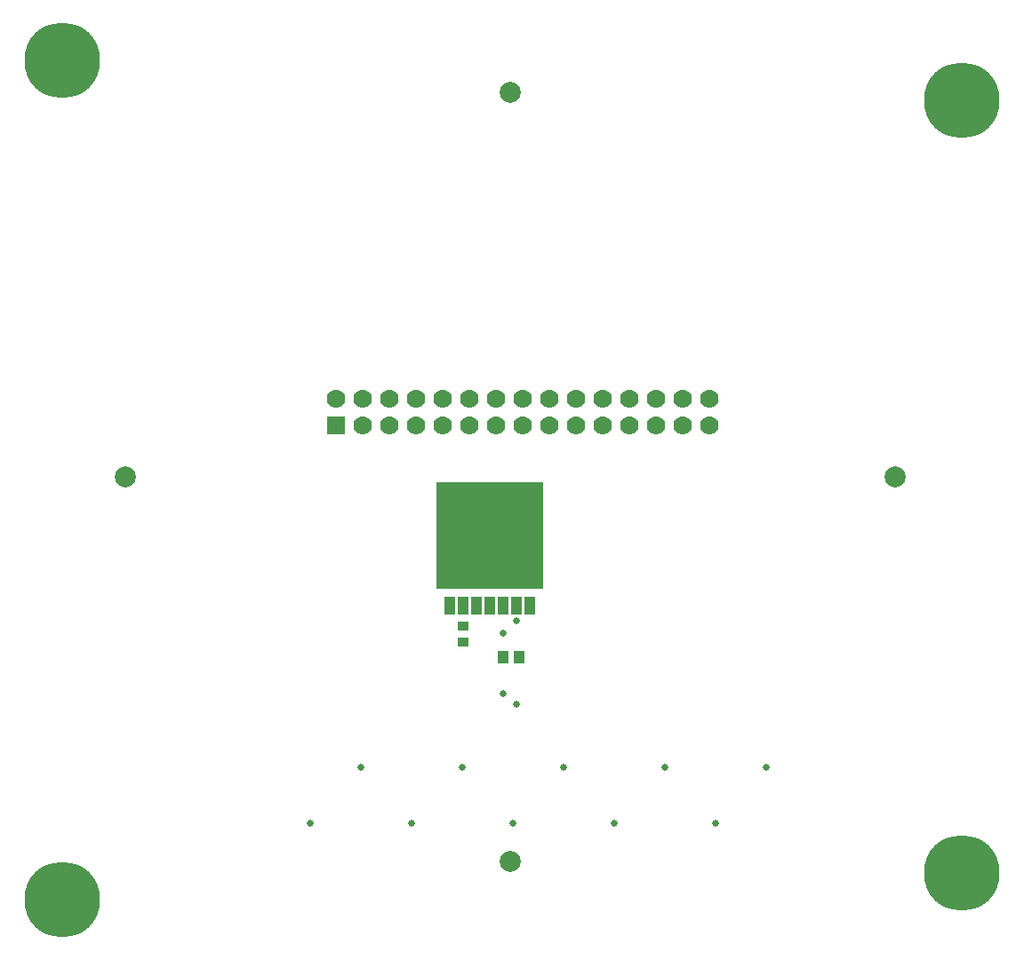
<source format=gts>
%FSAX24Y24*%
%MOIN*%
G70*
G01*
G75*
G04 Layer_Color=8388736*
%ADD10R,0.0354X0.0394*%
%ADD11R,0.3937X0.3937*%
%ADD12R,0.0366X0.0600*%
%ADD13C,0.0394*%
%ADD14R,0.0354X0.0276*%
%ADD15C,0.0080*%
%ADD16C,0.0620*%
%ADD17R,0.0620X0.0620*%
%ADD18C,0.2756*%
%ADD19C,0.0118*%
%ADD20C,0.0180*%
%ADD21C,0.0100*%
%ADD22C,0.0079*%
%ADD23C,0.0020*%
%ADD24R,0.0434X0.0474*%
%ADD25R,0.4017X0.4017*%
%ADD26R,0.0446X0.0680*%
%ADD27C,0.0787*%
%ADD28R,0.0434X0.0356*%
%ADD29C,0.0700*%
%ADD30R,0.0700X0.0700*%
%ADD31C,0.2836*%
%ADD32C,0.0198*%
%ADD33C,0.0260*%
D24*
X031565Y024452D02*
D03*
X032195D02*
D03*
D25*
X031071Y029026D02*
D03*
D26*
X032574Y026384D02*
D03*
X032074D02*
D03*
X031574D02*
D03*
X031074D02*
D03*
X030574D02*
D03*
X030074D02*
D03*
X029574D02*
D03*
D27*
X017410Y031217D02*
D03*
X031845Y045651D02*
D03*
X046280Y031217D02*
D03*
X031845Y016782D02*
D03*
D28*
X030074Y025038D02*
D03*
Y025629D02*
D03*
D29*
X039300Y034171D02*
D03*
X038300D02*
D03*
X037300D02*
D03*
X036300D02*
D03*
X035300D02*
D03*
X034300D02*
D03*
X033300D02*
D03*
X032300D02*
D03*
X031300D02*
D03*
X030300D02*
D03*
X029300D02*
D03*
X028300D02*
D03*
X027300D02*
D03*
X026300D02*
D03*
X025300D02*
D03*
X039300Y033171D02*
D03*
X038300D02*
D03*
X037300D02*
D03*
X036300D02*
D03*
X035300D02*
D03*
X034300D02*
D03*
X033300D02*
D03*
X032300D02*
D03*
X031300D02*
D03*
X030300D02*
D03*
X029300D02*
D03*
X028300D02*
D03*
X027300D02*
D03*
X026300D02*
D03*
D30*
X025300D02*
D03*
D31*
X048786Y016354D02*
D03*
X015046Y015370D02*
D03*
X048786Y045370D02*
D03*
X015046Y046866D02*
D03*
D32*
X032724Y027373D02*
D03*
X032252D02*
D03*
X031779D02*
D03*
X031307D02*
D03*
X030834D02*
D03*
X030362D02*
D03*
X029889D02*
D03*
X029417D02*
D03*
X032724Y027855D02*
D03*
X032252D02*
D03*
X031779D02*
D03*
X031307D02*
D03*
X030834D02*
D03*
X030362D02*
D03*
X029889D02*
D03*
X029417D02*
D03*
X032724Y028317D02*
D03*
X032252D02*
D03*
X031779D02*
D03*
X031307D02*
D03*
X030834D02*
D03*
X030362D02*
D03*
X029889D02*
D03*
X029417D02*
D03*
X032724Y028790D02*
D03*
X032252D02*
D03*
X031779D02*
D03*
X031307D02*
D03*
X030834D02*
D03*
X030362D02*
D03*
X029889D02*
D03*
X029417D02*
D03*
X032724Y029262D02*
D03*
X032252D02*
D03*
X031779D02*
D03*
X031307D02*
D03*
X030834D02*
D03*
X030362D02*
D03*
X029889D02*
D03*
X029417D02*
D03*
X032724Y029735D02*
D03*
X032252D02*
D03*
X031779D02*
D03*
X031307D02*
D03*
X030834D02*
D03*
X030362D02*
D03*
X029889D02*
D03*
X029417D02*
D03*
X032724Y030207D02*
D03*
X032252D02*
D03*
X031779D02*
D03*
X031307D02*
D03*
X030834D02*
D03*
X030362D02*
D03*
X029889D02*
D03*
X029417D02*
D03*
X029889Y030680D02*
D03*
X029417D02*
D03*
X030362D02*
D03*
X032724D02*
D03*
X032252D02*
D03*
X031779D02*
D03*
X031307D02*
D03*
X030834D02*
D03*
D33*
X031580Y025371D02*
D03*
Y023102D02*
D03*
X032074Y025834D02*
D03*
Y022684D02*
D03*
X041445Y020321D02*
D03*
X024345Y018231D02*
D03*
X026245Y020321D02*
D03*
X028145Y018231D02*
D03*
X030045Y020321D02*
D03*
X031945Y018231D02*
D03*
X033845Y020321D02*
D03*
X035745Y018231D02*
D03*
X037645Y020321D02*
D03*
X039545Y018231D02*
D03*
M02*

</source>
